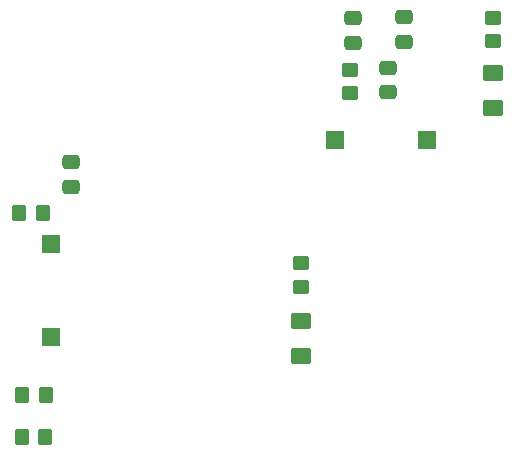
<source format=gbr>
%TF.GenerationSoftware,KiCad,Pcbnew,7.0.9*%
%TF.CreationDate,2023-11-15T13:05:46-05:00*%
%TF.ProjectId,SB2_ACOND_CONN,5342325f-4143-44f4-9e44-5f434f4e4e2e,rev?*%
%TF.SameCoordinates,Original*%
%TF.FileFunction,Paste,Top*%
%TF.FilePolarity,Positive*%
%FSLAX46Y46*%
G04 Gerber Fmt 4.6, Leading zero omitted, Abs format (unit mm)*
G04 Created by KiCad (PCBNEW 7.0.9) date 2023-11-15 13:05:46*
%MOMM*%
%LPD*%
G01*
G04 APERTURE LIST*
G04 Aperture macros list*
%AMRoundRect*
0 Rectangle with rounded corners*
0 $1 Rounding radius*
0 $2 $3 $4 $5 $6 $7 $8 $9 X,Y pos of 4 corners*
0 Add a 4 corners polygon primitive as box body*
4,1,4,$2,$3,$4,$5,$6,$7,$8,$9,$2,$3,0*
0 Add four circle primitives for the rounded corners*
1,1,$1+$1,$2,$3*
1,1,$1+$1,$4,$5*
1,1,$1+$1,$6,$7*
1,1,$1+$1,$8,$9*
0 Add four rect primitives between the rounded corners*
20,1,$1+$1,$2,$3,$4,$5,0*
20,1,$1+$1,$4,$5,$6,$7,0*
20,1,$1+$1,$6,$7,$8,$9,0*
20,1,$1+$1,$8,$9,$2,$3,0*%
G04 Aperture macros list end*
%ADD10RoundRect,0.250000X-0.350000X-0.450000X0.350000X-0.450000X0.350000X0.450000X-0.350000X0.450000X0*%
%ADD11R,1.500000X1.500000*%
%ADD12RoundRect,0.250000X0.475000X-0.337500X0.475000X0.337500X-0.475000X0.337500X-0.475000X-0.337500X0*%
%ADD13RoundRect,0.250000X0.450000X-0.350000X0.450000X0.350000X-0.450000X0.350000X-0.450000X-0.350000X0*%
%ADD14RoundRect,0.250000X-0.450000X0.350000X-0.450000X-0.350000X0.450000X-0.350000X0.450000X0.350000X0*%
%ADD15RoundRect,0.250000X-0.475000X0.337500X-0.475000X-0.337500X0.475000X-0.337500X0.475000X0.337500X0*%
%ADD16RoundRect,0.250001X0.624999X-0.462499X0.624999X0.462499X-0.624999X0.462499X-0.624999X-0.462499X0*%
G04 APERTURE END LIST*
D10*
%TO.C,R5*%
X52543200Y-66497200D03*
X54543200Y-66497200D03*
%TD*%
%TO.C,R10*%
X52492400Y-70002400D03*
X54492400Y-70002400D03*
%TD*%
D11*
%TO.C,SW2*%
X86817200Y-44856400D03*
X79017200Y-44856400D03*
%TD*%
D12*
%TO.C,C2*%
X80568800Y-36619000D03*
X80568800Y-34544000D03*
%TD*%
D13*
%TO.C,R4*%
X80264000Y-40928800D03*
X80264000Y-38928800D03*
%TD*%
D14*
%TO.C,R1*%
X92405200Y-34509200D03*
X92405200Y-36509200D03*
%TD*%
D15*
%TO.C,C4*%
X83515200Y-38738900D03*
X83515200Y-40813900D03*
%TD*%
D16*
%TO.C,D2*%
X76098400Y-63195200D03*
X76098400Y-60220200D03*
%TD*%
D12*
%TO.C,C3*%
X84886800Y-36546700D03*
X84886800Y-34471700D03*
%TD*%
D10*
%TO.C,R2*%
X52289200Y-51054000D03*
X54289200Y-51054000D03*
%TD*%
D12*
%TO.C,C1*%
X56692800Y-48840300D03*
X56692800Y-46765300D03*
%TD*%
D11*
%TO.C,SW1*%
X54965600Y-61507200D03*
X54965600Y-53707200D03*
%TD*%
D14*
%TO.C,R3*%
X76098400Y-55286400D03*
X76098400Y-57286400D03*
%TD*%
D16*
%TO.C,D1*%
X92405200Y-42178300D03*
X92405200Y-39203300D03*
%TD*%
M02*

</source>
